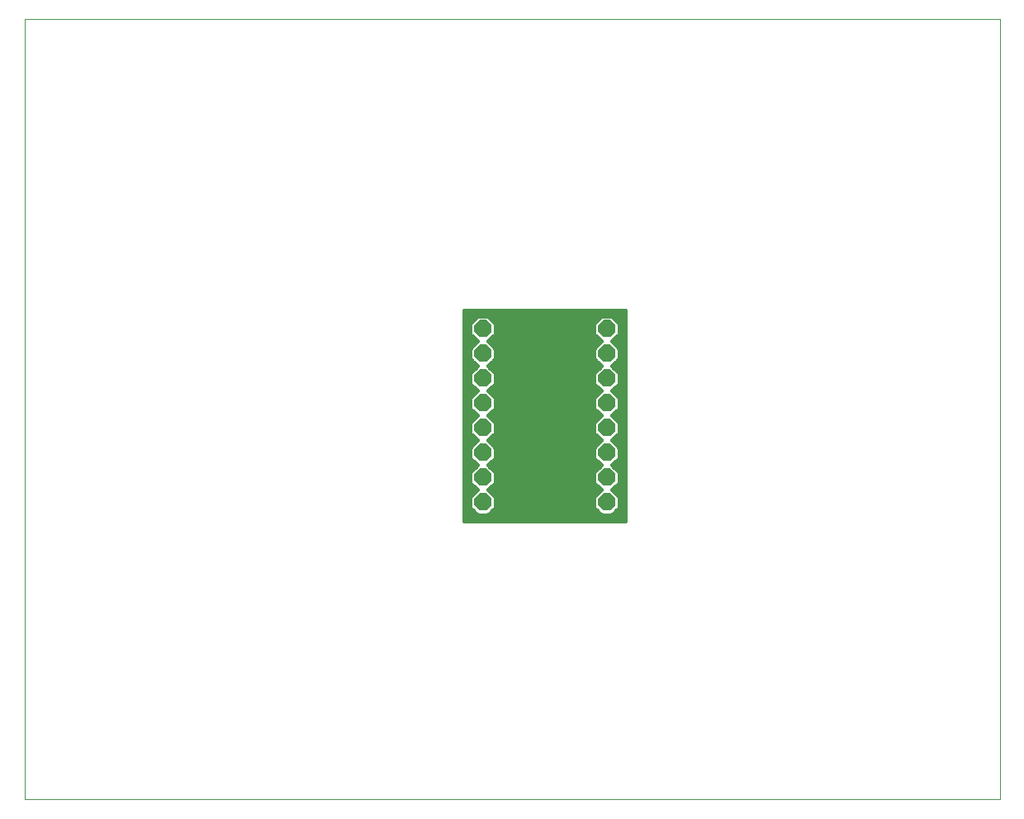
<source format=gbl>
G75*
%MOIN*%
%OFA0B0*%
%FSLAX25Y25*%
%IPPOS*%
%LPD*%
%AMOC8*
5,1,8,0,0,1.08239X$1,22.5*
%
%ADD10C,0.00000*%
%ADD11OC8,0.07000*%
%ADD12C,0.01600*%
D10*
X0001000Y0001000D02*
X0001000Y0315961D01*
X0394701Y0315961D01*
X0394701Y0001000D01*
X0001000Y0001000D01*
D11*
X0186000Y0121000D03*
X0186000Y0131000D03*
X0186000Y0141000D03*
X0186000Y0151000D03*
X0186000Y0161000D03*
X0186000Y0171000D03*
X0186000Y0181000D03*
X0186000Y0191000D03*
X0236000Y0191000D03*
X0236000Y0181000D03*
X0236000Y0171000D03*
X0236000Y0161000D03*
X0236000Y0151000D03*
X0236000Y0141000D03*
X0236000Y0131000D03*
X0236000Y0121000D03*
D12*
X0241100Y0120888D02*
X0243500Y0120888D01*
X0243500Y0119290D02*
X0241100Y0119290D01*
X0241100Y0118888D02*
X0241100Y0123112D01*
X0238212Y0126000D01*
X0241100Y0128888D01*
X0241100Y0133112D01*
X0238212Y0136000D01*
X0241100Y0138888D01*
X0241100Y0143112D01*
X0238212Y0146000D01*
X0241100Y0148888D01*
X0241100Y0153112D01*
X0238212Y0156000D01*
X0241100Y0158888D01*
X0241100Y0163112D01*
X0238212Y0166000D01*
X0241100Y0168888D01*
X0241100Y0173112D01*
X0238212Y0176000D01*
X0241100Y0178888D01*
X0241100Y0183112D01*
X0238212Y0186000D01*
X0241100Y0188888D01*
X0241100Y0193112D01*
X0238112Y0196100D01*
X0233888Y0196100D01*
X0230900Y0193112D01*
X0230900Y0188888D01*
X0233788Y0186000D01*
X0230900Y0183112D01*
X0230900Y0178888D01*
X0233788Y0176000D01*
X0230900Y0173112D01*
X0230900Y0168888D01*
X0233788Y0166000D01*
X0230900Y0163112D01*
X0230900Y0158888D01*
X0233788Y0156000D01*
X0230900Y0153112D01*
X0230900Y0148888D01*
X0233788Y0146000D01*
X0230900Y0143112D01*
X0230900Y0138888D01*
X0233788Y0136000D01*
X0230900Y0133112D01*
X0230900Y0128888D01*
X0233788Y0126000D01*
X0230900Y0123112D01*
X0230900Y0118888D01*
X0233888Y0115900D01*
X0238112Y0115900D01*
X0241100Y0118888D01*
X0239904Y0117691D02*
X0243500Y0117691D01*
X0243500Y0116093D02*
X0238305Y0116093D01*
X0233695Y0116093D02*
X0188305Y0116093D01*
X0188112Y0115900D02*
X0191100Y0118888D01*
X0191100Y0123112D01*
X0188212Y0126000D01*
X0191100Y0128888D01*
X0191100Y0133112D01*
X0188212Y0136000D01*
X0191100Y0138888D01*
X0191100Y0143112D01*
X0188212Y0146000D01*
X0191100Y0148888D01*
X0191100Y0153112D01*
X0188212Y0156000D01*
X0191100Y0158888D01*
X0191100Y0163112D01*
X0188212Y0166000D01*
X0191100Y0168888D01*
X0191100Y0173112D01*
X0188212Y0176000D01*
X0191100Y0178888D01*
X0191100Y0183112D01*
X0188212Y0186000D01*
X0191100Y0188888D01*
X0191100Y0193112D01*
X0188112Y0196100D01*
X0183888Y0196100D01*
X0180900Y0193112D01*
X0180900Y0188888D01*
X0183788Y0186000D01*
X0180900Y0183112D01*
X0180900Y0178888D01*
X0183788Y0176000D01*
X0180900Y0173112D01*
X0180900Y0168888D01*
X0183788Y0166000D01*
X0180900Y0163112D01*
X0180900Y0158888D01*
X0183788Y0156000D01*
X0180900Y0153112D01*
X0180900Y0148888D01*
X0183788Y0146000D01*
X0180900Y0143112D01*
X0180900Y0138888D01*
X0183788Y0136000D01*
X0180900Y0133112D01*
X0180900Y0128888D01*
X0183788Y0126000D01*
X0180900Y0123112D01*
X0180900Y0118888D01*
X0183888Y0115900D01*
X0188112Y0115900D01*
X0189904Y0117691D02*
X0232096Y0117691D01*
X0230900Y0119290D02*
X0191100Y0119290D01*
X0191100Y0120888D02*
X0230900Y0120888D01*
X0230900Y0122487D02*
X0191100Y0122487D01*
X0190127Y0124085D02*
X0231873Y0124085D01*
X0233471Y0125684D02*
X0188529Y0125684D01*
X0189495Y0127282D02*
X0232505Y0127282D01*
X0230907Y0128881D02*
X0191093Y0128881D01*
X0191100Y0130479D02*
X0230900Y0130479D01*
X0230900Y0132078D02*
X0191100Y0132078D01*
X0190536Y0133676D02*
X0231464Y0133676D01*
X0233062Y0135275D02*
X0188938Y0135275D01*
X0189086Y0136873D02*
X0232914Y0136873D01*
X0231316Y0138472D02*
X0190684Y0138472D01*
X0191100Y0140070D02*
X0230900Y0140070D01*
X0230900Y0141669D02*
X0191100Y0141669D01*
X0190945Y0143268D02*
X0231055Y0143268D01*
X0232654Y0144866D02*
X0189346Y0144866D01*
X0188677Y0146465D02*
X0233323Y0146465D01*
X0231724Y0148063D02*
X0190276Y0148063D01*
X0191100Y0149662D02*
X0230900Y0149662D01*
X0230900Y0151260D02*
X0191100Y0151260D01*
X0191100Y0152859D02*
X0230900Y0152859D01*
X0232245Y0154457D02*
X0189755Y0154457D01*
X0188268Y0156056D02*
X0233732Y0156056D01*
X0232133Y0157654D02*
X0189867Y0157654D01*
X0191100Y0159253D02*
X0230900Y0159253D01*
X0230900Y0160851D02*
X0191100Y0160851D01*
X0191100Y0162450D02*
X0230900Y0162450D01*
X0231836Y0164048D02*
X0190164Y0164048D01*
X0188566Y0165647D02*
X0233434Y0165647D01*
X0232542Y0167245D02*
X0189458Y0167245D01*
X0191056Y0168844D02*
X0230944Y0168844D01*
X0230900Y0170442D02*
X0191100Y0170442D01*
X0191100Y0172041D02*
X0230900Y0172041D01*
X0231427Y0173639D02*
X0190573Y0173639D01*
X0188975Y0175238D02*
X0233025Y0175238D01*
X0232951Y0176836D02*
X0189049Y0176836D01*
X0190647Y0178435D02*
X0231353Y0178435D01*
X0230900Y0180033D02*
X0191100Y0180033D01*
X0191100Y0181632D02*
X0230900Y0181632D01*
X0231018Y0183230D02*
X0190982Y0183230D01*
X0189384Y0184829D02*
X0232616Y0184829D01*
X0233360Y0186427D02*
X0188640Y0186427D01*
X0190238Y0188026D02*
X0231762Y0188026D01*
X0230900Y0189624D02*
X0191100Y0189624D01*
X0191100Y0191223D02*
X0230900Y0191223D01*
X0230900Y0192821D02*
X0191100Y0192821D01*
X0189793Y0194420D02*
X0232207Y0194420D01*
X0233806Y0196018D02*
X0188194Y0196018D01*
X0183806Y0196018D02*
X0178500Y0196018D01*
X0178500Y0194420D02*
X0182207Y0194420D01*
X0180900Y0192821D02*
X0178500Y0192821D01*
X0178500Y0191223D02*
X0180900Y0191223D01*
X0180900Y0189624D02*
X0178500Y0189624D01*
X0178500Y0188026D02*
X0181762Y0188026D01*
X0183360Y0186427D02*
X0178500Y0186427D01*
X0178500Y0184829D02*
X0182616Y0184829D01*
X0181018Y0183230D02*
X0178500Y0183230D01*
X0178500Y0181632D02*
X0180900Y0181632D01*
X0180900Y0180033D02*
X0178500Y0180033D01*
X0178500Y0178435D02*
X0181353Y0178435D01*
X0182951Y0176836D02*
X0178500Y0176836D01*
X0178500Y0175238D02*
X0183025Y0175238D01*
X0181427Y0173639D02*
X0178500Y0173639D01*
X0178500Y0172041D02*
X0180900Y0172041D01*
X0180900Y0170442D02*
X0178500Y0170442D01*
X0178500Y0168844D02*
X0180944Y0168844D01*
X0182542Y0167245D02*
X0178500Y0167245D01*
X0178500Y0165647D02*
X0183434Y0165647D01*
X0181836Y0164048D02*
X0178500Y0164048D01*
X0178500Y0162450D02*
X0180900Y0162450D01*
X0180900Y0160851D02*
X0178500Y0160851D01*
X0178500Y0159253D02*
X0180900Y0159253D01*
X0182133Y0157654D02*
X0178500Y0157654D01*
X0178500Y0156056D02*
X0183732Y0156056D01*
X0182245Y0154457D02*
X0178500Y0154457D01*
X0178500Y0152859D02*
X0180900Y0152859D01*
X0180900Y0151260D02*
X0178500Y0151260D01*
X0178500Y0149662D02*
X0180900Y0149662D01*
X0181724Y0148063D02*
X0178500Y0148063D01*
X0178500Y0146465D02*
X0183323Y0146465D01*
X0182654Y0144866D02*
X0178500Y0144866D01*
X0178500Y0143268D02*
X0181055Y0143268D01*
X0180900Y0141669D02*
X0178500Y0141669D01*
X0178500Y0140070D02*
X0180900Y0140070D01*
X0181316Y0138472D02*
X0178500Y0138472D01*
X0178500Y0136873D02*
X0182914Y0136873D01*
X0183062Y0135275D02*
X0178500Y0135275D01*
X0178500Y0133676D02*
X0181464Y0133676D01*
X0180900Y0132078D02*
X0178500Y0132078D01*
X0178500Y0130479D02*
X0180900Y0130479D01*
X0180907Y0128881D02*
X0178500Y0128881D01*
X0178500Y0127282D02*
X0182505Y0127282D01*
X0183471Y0125684D02*
X0178500Y0125684D01*
X0178500Y0124085D02*
X0181873Y0124085D01*
X0180900Y0122487D02*
X0178500Y0122487D01*
X0178500Y0120888D02*
X0180900Y0120888D01*
X0180900Y0119290D02*
X0178500Y0119290D01*
X0178500Y0117691D02*
X0182096Y0117691D01*
X0183695Y0116093D02*
X0178500Y0116093D01*
X0178500Y0114494D02*
X0243500Y0114494D01*
X0243500Y0113500D02*
X0178500Y0113500D01*
X0178500Y0198500D01*
X0243500Y0198500D01*
X0243500Y0113500D01*
X0243500Y0122487D02*
X0241100Y0122487D01*
X0240127Y0124085D02*
X0243500Y0124085D01*
X0243500Y0125684D02*
X0238529Y0125684D01*
X0239495Y0127282D02*
X0243500Y0127282D01*
X0243500Y0128881D02*
X0241093Y0128881D01*
X0241100Y0130479D02*
X0243500Y0130479D01*
X0243500Y0132078D02*
X0241100Y0132078D01*
X0240536Y0133676D02*
X0243500Y0133676D01*
X0243500Y0135275D02*
X0238938Y0135275D01*
X0239086Y0136873D02*
X0243500Y0136873D01*
X0243500Y0138472D02*
X0240684Y0138472D01*
X0241100Y0140070D02*
X0243500Y0140070D01*
X0243500Y0141669D02*
X0241100Y0141669D01*
X0240945Y0143268D02*
X0243500Y0143268D01*
X0243500Y0144866D02*
X0239346Y0144866D01*
X0238677Y0146465D02*
X0243500Y0146465D01*
X0243500Y0148063D02*
X0240276Y0148063D01*
X0241100Y0149662D02*
X0243500Y0149662D01*
X0243500Y0151260D02*
X0241100Y0151260D01*
X0241100Y0152859D02*
X0243500Y0152859D01*
X0243500Y0154457D02*
X0239755Y0154457D01*
X0238268Y0156056D02*
X0243500Y0156056D01*
X0243500Y0157654D02*
X0239867Y0157654D01*
X0241100Y0159253D02*
X0243500Y0159253D01*
X0243500Y0160851D02*
X0241100Y0160851D01*
X0241100Y0162450D02*
X0243500Y0162450D01*
X0243500Y0164048D02*
X0240164Y0164048D01*
X0238566Y0165647D02*
X0243500Y0165647D01*
X0243500Y0167245D02*
X0239458Y0167245D01*
X0241056Y0168844D02*
X0243500Y0168844D01*
X0243500Y0170442D02*
X0241100Y0170442D01*
X0241100Y0172041D02*
X0243500Y0172041D01*
X0243500Y0173639D02*
X0240573Y0173639D01*
X0238975Y0175238D02*
X0243500Y0175238D01*
X0243500Y0176836D02*
X0239049Y0176836D01*
X0240647Y0178435D02*
X0243500Y0178435D01*
X0243500Y0180033D02*
X0241100Y0180033D01*
X0241100Y0181632D02*
X0243500Y0181632D01*
X0243500Y0183230D02*
X0240982Y0183230D01*
X0239384Y0184829D02*
X0243500Y0184829D01*
X0243500Y0186427D02*
X0238640Y0186427D01*
X0240238Y0188026D02*
X0243500Y0188026D01*
X0243500Y0189624D02*
X0241100Y0189624D01*
X0241100Y0191223D02*
X0243500Y0191223D01*
X0243500Y0192821D02*
X0241100Y0192821D01*
X0239793Y0194420D02*
X0243500Y0194420D01*
X0243500Y0196018D02*
X0238194Y0196018D01*
X0243500Y0197617D02*
X0178500Y0197617D01*
M02*

</source>
